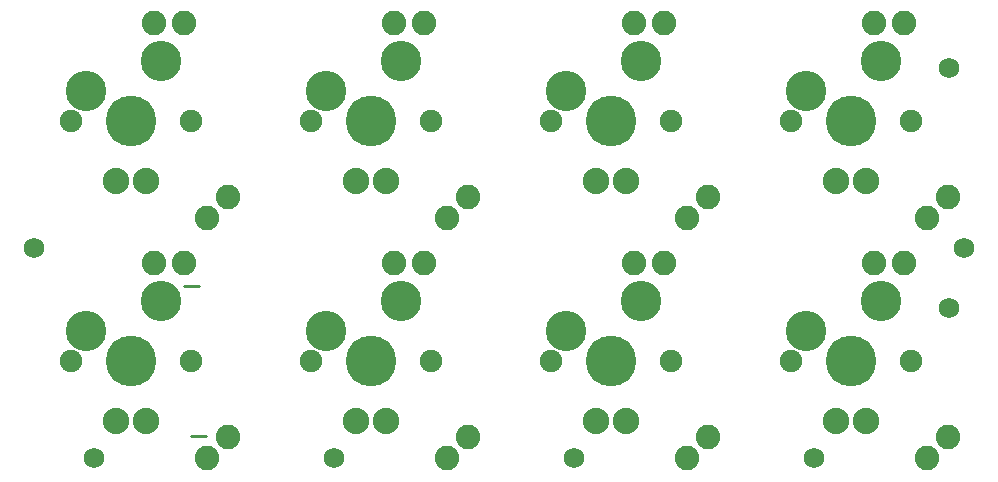
<source format=gbr>
G04 EAGLE Gerber RS-274X export*
G75*
%MOMM*%
%FSLAX34Y34*%
%LPD*%
%INSoldermask Bottom*%
%IPPOS*%
%AMOC8*
5,1,8,0,0,1.08239X$1,22.5*%
G01*
%ADD10C,0.254000*%
%ADD11C,4.292600*%
%ADD12C,1.910081*%
%ADD13C,2.235200*%
%ADD14C,3.429000*%
%ADD15C,2.082800*%
%ADD16C,1.727200*%


D10*
X139700Y158750D02*
X152400Y158750D01*
X146050Y31750D02*
X158750Y31750D01*
D11*
X95250Y95250D03*
D12*
X44450Y95250D03*
X146050Y95250D03*
D13*
X82550Y44450D03*
X107950Y44450D03*
D14*
X57150Y120650D03*
X120650Y146050D03*
D15*
X159385Y12700D03*
X177346Y30661D03*
X114300Y177800D03*
X139700Y177800D03*
D11*
X298450Y95250D03*
D12*
X247650Y95250D03*
X349250Y95250D03*
D13*
X285750Y44450D03*
X311150Y44450D03*
D14*
X260350Y120650D03*
X323850Y146050D03*
D15*
X362585Y12700D03*
X380546Y30661D03*
X317500Y177800D03*
X342900Y177800D03*
D11*
X501650Y95250D03*
D12*
X450850Y95250D03*
X552450Y95250D03*
D13*
X488950Y44450D03*
X514350Y44450D03*
D14*
X463550Y120650D03*
X527050Y146050D03*
D15*
X565785Y12700D03*
X583746Y30661D03*
X520700Y177800D03*
X546100Y177800D03*
D11*
X704850Y95250D03*
D12*
X654050Y95250D03*
X755650Y95250D03*
D13*
X692150Y44450D03*
X717550Y44450D03*
D14*
X666750Y120650D03*
X730250Y146050D03*
D15*
X768985Y12700D03*
X786946Y30661D03*
X723900Y177800D03*
X749300Y177800D03*
D11*
X95250Y298450D03*
D12*
X44450Y298450D03*
X146050Y298450D03*
D13*
X82550Y247650D03*
X107950Y247650D03*
D14*
X57150Y323850D03*
X120650Y349250D03*
D15*
X159385Y215900D03*
X177346Y233861D03*
X114300Y381000D03*
X139700Y381000D03*
D11*
X298450Y298450D03*
D12*
X247650Y298450D03*
X349250Y298450D03*
D13*
X285750Y247650D03*
X311150Y247650D03*
D14*
X260350Y323850D03*
X323850Y349250D03*
D15*
X362585Y215900D03*
X380546Y233861D03*
X317500Y381000D03*
X342900Y381000D03*
D11*
X501650Y298450D03*
D12*
X450850Y298450D03*
X552450Y298450D03*
D13*
X488950Y247650D03*
X514350Y247650D03*
D14*
X463550Y323850D03*
X527050Y349250D03*
D15*
X565785Y215900D03*
X583746Y233861D03*
X520700Y381000D03*
X546100Y381000D03*
D11*
X704850Y298450D03*
D12*
X654050Y298450D03*
X755650Y298450D03*
D13*
X692150Y247650D03*
X717550Y247650D03*
D14*
X666750Y323850D03*
X730250Y349250D03*
D15*
X768985Y215900D03*
X786946Y233861D03*
X723900Y381000D03*
X749300Y381000D03*
D16*
X800100Y190500D03*
X12700Y190500D03*
X787400Y139700D03*
X63500Y12700D03*
X266700Y12700D03*
X469900Y12700D03*
X673100Y12700D03*
X787400Y342900D03*
M02*

</source>
